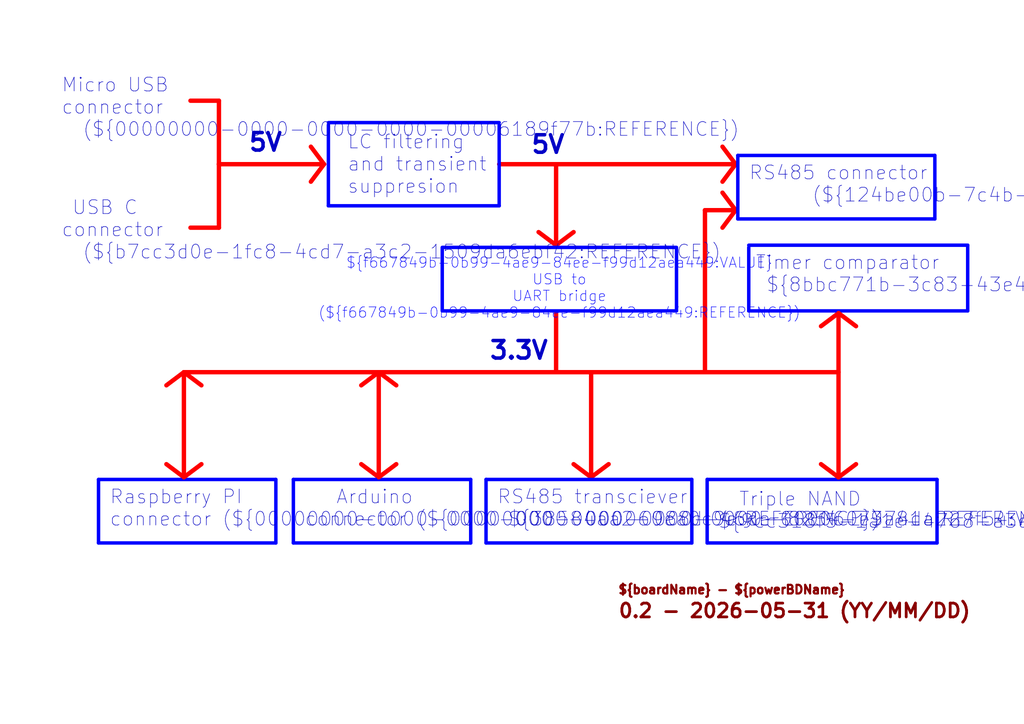
<source format=kicad_sch>
(kicad_sch
	(version 20250114)
	(generator "eeschema")
	(generator_version "9.0")
	(uuid "55f62029-af66-4168-97aa-c791fab7ce0f")
	(paper "A4")
	(title_block
		(title "${boardName} - ${powerBDName}")
		(date "2025-11-22")
		(rev "0.2")
	)
	(lib_symbols)
	(text "5V"
		(exclude_from_sim no)
		(at 71.755 44.45 0)
		(effects
			(font
				(size 5.08 5.08)
				(thickness 1.016)
				(bold yes)
			)
			(justify left bottom)
		)
		(uuid "01bd0fb0-85c4-408a-b875-bf7b3d64975b")
	)
	(text "   Arduino\nconnector (${00000000-0000-0000-0000-000060e9a81a:REFERENCE})"
		(exclude_from_sim no)
		(at 88.265 153.035 0)
		(effects
			(font
				(size 4 4)
			)
			(justify left bottom)
		)
		(uuid "1c632476-dcdc-4881-90b6-ff850f5052c3")
	)
	(text "RS485 connector\n      (${124be00b-7c4b-44a1-ac37-f5e21129a574:REFERENCE})"
		(exclude_from_sim no)
		(at 217.17 59.055 0)
		(effects
			(font
				(size 4 4)
			)
			(justify left bottom)
		)
		(uuid "205cd213-894f-4127-9171-f75a5e5a1436")
	)
	(text "   Triple NAND\n ${9cc318f5-1a1e-4768-a3e4-faa81f67e5b1:VALUE} (${9cc318f5-1a1e-4768-a3e4-faa81f67e5b1:REFERENCE})"
		(exclude_from_sim no)
		(at 205.105 153.67 0)
		(effects
			(font
				(size 4 4)
			)
			(justify left bottom)
		)
		(uuid "39381a60-099d-46ea-9bdc-9fd7b756831a")
	)
	(text "Raspberry PI\nconnector (${00000000-0000-0000-0000-000060ea0c9e:REFERENCE})"
		(exclude_from_sim no)
		(at 31.75 153.035 0)
		(effects
			(font
				(size 4 4)
			)
			(justify left bottom)
		)
		(uuid "4f570829-e0e8-4bac-9c8d-6c05a7cb43db")
	)
	(text "RS485 transciever\n ${38584aa2-988d-46de-8254-7374da227f54:VALUE} (${38584aa2-988d-46de-8254-7374da227f54:REFERENCE})"
		(exclude_from_sim no)
		(at 144.145 153.035 0)
		(effects
			(font
				(size 4 4)
			)
			(justify left bottom)
		)
		(uuid "576acec7-f6b0-4579-afb7-766779c47a4e")
	)
	(text "  LC filtering\n  and transient \n  suppresion"
		(exclude_from_sim no)
		(at 94.615 56.515 0)
		(effects
			(font
				(size 4 4)
			)
			(justify left bottom)
		)
		(uuid "63b2b021-2b26-4ce9-ac72-95826763c85e")
	)
	(text "${REVISION} - ${CURRENT_DATE} (YY/MM/DD)"
		(exclude_from_sim no)
		(at 179.07 179.705 0)
		(effects
			(font
				(size 4 4)
				(thickness 0.8)
				(bold yes)
				(color 132 0 0 1)
			)
			(justify left bottom)
		)
		(uuid "6ff7fa76-116a-47a2-85ab-3789a5f6b718")
	)
	(text " USB C\nconnector\n  (${b7cc3d0e-1fc8-4cd7-a3c2-1509da6ebf42:REFERENCE})"
		(exclude_from_sim no)
		(at 17.78 75.565 0)
		(effects
			(font
				(size 4 4)
			)
			(justify left bottom)
		)
		(uuid "76d987bd-d992-4ef5-a15f-82353a93af41")
	)
	(text "5V"
		(exclude_from_sim no)
		(at 153.67 45.085 0)
		(effects
			(font
				(size 5.08 5.08)
				(thickness 1.016)
				(bold yes)
			)
			(justify left bottom)
		)
		(uuid "86d784be-5e01-4075-96cf-8f1d0d05bd76")
	)
	(text "Timer comparator\n ${8bbc771b-3c83-43e4-9319-f143e5621448:VALUE} (${8bbc771b-3c83-43e4-9319-f143e5621448:REFERENCE})"
		(exclude_from_sim no)
		(at 219.075 85.09 0)
		(effects
			(font
				(size 4 4)
			)
			(justify left bottom)
		)
		(uuid "8edb9323-02ef-40fb-a22e-4f606fef0617")
	)
	(text "${boardName} - ${powerBDName}"
		(exclude_from_sim no)
		(at 179.07 172.72 0)
		(effects
			(font
				(size 2.5 2.5)
				(thickness 0.8)
				(bold yes)
				(color 132 0 0 1)
			)
			(justify left bottom)
		)
		(uuid "98bd5e95-72ef-4c93-bc2c-515ff2cbb4c8")
	)
	(text "Micro USB\nconnector\n  (${00000000-0000-0000-0000-00006189f77b:REFERENCE})"
		(exclude_from_sim no)
		(at 17.78 40.005 0)
		(effects
			(font
				(size 4 4)
			)
			(justify left bottom)
		)
		(uuid "9a374510-5df5-4318-9a9c-3218d90a352c")
	)
	(text "3.3V"
		(exclude_from_sim no)
		(at 141.605 104.775 0)
		(effects
			(font
				(size 5.08 5.08)
				(thickness 1.016)
				(bold yes)
			)
			(justify left bottom)
		)
		(uuid "c1dc95c1-dce5-4cb6-ba5a-98ca22e349e6")
	)
	(text_box " ${f667849b-0b99-4ae9-84ee-f99d12aea449:VALUE} USB to\nUART bridge (${f667849b-0b99-4ae9-84ee-f99d12aea449:REFERENCE})"
		(exclude_from_sim no)
		(at 128.27 71.755 0)
		(size 67.945 18.415)
		(margins 2.75 2.75 2.75 2.75)
		(stroke
			(width 1)
			(type default)
			(color 0 0 255 1)
		)
		(fill
			(type none)
		)
		(effects
			(font
				(size 3 3)
				(color 0 0 255 1)
			)
		)
		(uuid "8ea1679a-0559-4052-9bb0-e3c52c2a1395")
	)
	(polyline
		(pts
			(xy 213.36 60.96) (xy 209.55 66.04)
		)
		(stroke
			(width 1.27)
			(type solid)
			(color 255 0 0 1)
		)
		(uuid "01d451ec-59f2-4c17-a10a-5117ef50e422")
	)
	(polyline
		(pts
			(xy 53.34 107.95) (xy 53.34 138.43)
		)
		(stroke
			(width 1.27)
			(type solid)
			(color 255 0 0 1)
		)
		(uuid "085685c5-6751-4baf-a33a-f879e2e5de99")
	)
	(polyline
		(pts
			(xy 58.42 134.62) (xy 53.34 138.43)
		)
		(stroke
			(width 1.27)
			(type solid)
			(color 255 0 0 1)
		)
		(uuid "0b985733-b8b5-4656-afbf-e9d3a55f400c")
	)
	(polyline
		(pts
			(xy 243.205 90.805) (xy 248.285 94.615)
		)
		(stroke
			(width 1.27)
			(type solid)
			(color 255 0 0 1)
		)
		(uuid "0cdda728-dfa7-48c8-9051-af511b311cfe")
	)
	(polyline
		(pts
			(xy 140.97 139.065) (xy 140.97 157.48)
		)
		(stroke
			(width 1)
			(type solid)
			(color 0 0 255 1)
		)
		(uuid "12fa36bd-3d65-49e2-b46b-d913da3352e6")
	)
	(polyline
		(pts
			(xy 280.67 90.17) (xy 217.17 90.17)
		)
		(stroke
			(width 1)
			(type solid)
			(color 0 0 255 1)
		)
		(uuid "13c05f3e-2f36-402c-b895-0da438eb3a83")
	)
	(polyline
		(pts
			(xy 63.5 66.04) (xy 63.5 47.625)
		)
		(stroke
			(width 1.27)
			(type solid)
			(color 255 0 0 1)
		)
		(uuid "1d0046e2-5d02-42c2-a54e-15153cab3dc2")
	)
	(polyline
		(pts
			(xy 144.78 59.69) (xy 95.25 59.69)
		)
		(stroke
			(width 1)
			(type solid)
			(color 0 0 255 1)
		)
		(uuid "1d2b9cce-d040-43aa-81c9-3ccf0afa02c1")
	)
	(polyline
		(pts
			(xy 271.78 157.48) (xy 205.105 157.48)
		)
		(stroke
			(width 1)
			(type solid)
			(color 0 0 255 1)
		)
		(uuid "22d3de6e-f5fa-49d6-9961-3ba1b07324b6")
	)
	(polyline
		(pts
			(xy 176.53 134.62) (xy 171.45 138.43)
		)
		(stroke
			(width 1.27)
			(type solid)
			(color 255 0 0 1)
		)
		(uuid "248e3f06-ec57-49b5-a9d3-907dc14c8160")
	)
	(polyline
		(pts
			(xy 171.45 138.43) (xy 166.37 134.62)
		)
		(stroke
			(width 1.27)
			(type solid)
			(color 255 0 0 1)
		)
		(uuid "2af7c999-a87e-4f84-8ec2-e537b2e7801c")
	)
	(polyline
		(pts
			(xy 213.995 45.085) (xy 213.995 63.5)
		)
		(stroke
			(width 1)
			(type solid)
			(color 0 0 255 1)
		)
		(uuid "3a10cc6e-fe01-4929-928a-966152fcf890")
	)
	(polyline
		(pts
			(xy 238.125 94.615) (xy 243.205 90.805)
		)
		(stroke
			(width 1.27)
			(type solid)
			(color 255 0 0 1)
		)
		(uuid "3b08d156-8a50-4896-b61c-cb221f062131")
	)
	(polyline
		(pts
			(xy 93.98 47.625) (xy 90.17 52.705)
		)
		(stroke
			(width 1.27)
			(type solid)
			(color 255 0 0 1)
		)
		(uuid "3f93173f-34ab-4df6-95ad-5e4b1ff09b7e")
	)
	(polyline
		(pts
			(xy 217.17 71.755) (xy 217.17 90.17)
		)
		(stroke
			(width 1)
			(type solid)
			(color 0 0 255 1)
		)
		(uuid "3fdf7908-57de-4f75-81b8-bf99290089e2")
	)
	(polyline
		(pts
			(xy 55.245 29.21) (xy 63.5 29.21)
		)
		(stroke
			(width 1.27)
			(type solid)
			(color 255 0 0 1)
		)
		(uuid "43945d55-1504-4220-a699-ea9e25368acd")
	)
	(polyline
		(pts
			(xy 136.525 139.065) (xy 85.09 139.065)
		)
		(stroke
			(width 1)
			(type solid)
			(color 0 0 255 1)
		)
		(uuid "44f717f4-6520-409b-b8ab-6d203b2217a4")
	)
	(polyline
		(pts
			(xy 136.525 157.48) (xy 85.09 157.48)
		)
		(stroke
			(width 1)
			(type solid)
			(color 0 0 255 1)
		)
		(uuid "48ab9f4a-76fa-4eee-aad6-9dc718f3a471")
	)
	(polyline
		(pts
			(xy 80.01 139.065) (xy 80.01 157.48)
		)
		(stroke
			(width 1)
			(type solid)
			(color 0 0 255 1)
		)
		(uuid "4a0c302d-0d7a-43fc-b762-388be0fc7636")
	)
	(polyline
		(pts
			(xy 209.55 42.545) (xy 213.36 47.625)
		)
		(stroke
			(width 1.27)
			(type solid)
			(color 255 0 0 1)
		)
		(uuid "4e0aa253-b5e7-441f-9e58-bd323d5d9fa8")
	)
	(polyline
		(pts
			(xy 166.37 67.31) (xy 161.29 71.12)
		)
		(stroke
			(width 1.27)
			(type solid)
			(color 255 0 0 1)
		)
		(uuid "4e599289-9966-4b0b-b915-9932b4bb396a")
	)
	(polyline
		(pts
			(xy 95.25 35.56) (xy 144.78 35.56)
		)
		(stroke
			(width 1)
			(type solid)
			(color 0 0 255 1)
		)
		(uuid "5cf75a6f-3b85-4ae2-8626-a7135c3defca")
	)
	(polyline
		(pts
			(xy 200.66 139.065) (xy 140.97 139.065)
		)
		(stroke
			(width 1)
			(type solid)
			(color 0 0 255 1)
		)
		(uuid "5d136e0e-407d-45f8-9954-62f5a82c9e6c")
	)
	(polyline
		(pts
			(xy 280.67 71.12) (xy 217.17 71.12)
		)
		(stroke
			(width 1)
			(type solid)
			(color 0 0 255 1)
		)
		(uuid "5d6ffbe3-a7ce-4a1e-8cd1-1a9e42bbbf92")
	)
	(polyline
		(pts
			(xy 114.935 134.62) (xy 109.855 138.43)
		)
		(stroke
			(width 1.27)
			(type solid)
			(color 255 0 0 1)
		)
		(uuid "5dba3759-edcc-4fc0-ae3d-511a20ae78c7")
	)
	(polyline
		(pts
			(xy 213.995 45.085) (xy 271.145 45.085)
		)
		(stroke
			(width 1)
			(type solid)
			(color 0 0 255 1)
		)
		(uuid "642e0805-f35d-4a57-b52f-dc347db87995")
	)
	(polyline
		(pts
			(xy 109.855 107.95) (xy 109.855 138.43)
		)
		(stroke
			(width 1.27)
			(type solid)
			(color 255 0 0 1)
		)
		(uuid "68466fbd-4435-4ba0-8614-5e5753c2829e")
	)
	(polyline
		(pts
			(xy 90.17 42.545) (xy 93.98 47.625)
		)
		(stroke
			(width 1.27)
			(type solid)
			(color 255 0 0 1)
		)
		(uuid "692f40b7-3958-4f12-ae26-34811888a63c")
	)
	(polyline
		(pts
			(xy 248.285 134.62) (xy 243.205 138.43)
		)
		(stroke
			(width 1.27)
			(type solid)
			(color 255 0 0 1)
		)
		(uuid "6b56cb8e-cc4b-4db0-93a7-5fce37de6850")
	)
	(polyline
		(pts
			(xy 48.26 111.76) (xy 53.34 107.95)
		)
		(stroke
			(width 1.27)
			(type solid)
			(color 255 0 0 1)
		)
		(uuid "6f080e9f-d800-424e-adae-ada67fd38ecc")
	)
	(polyline
		(pts
			(xy 205.105 139.065) (xy 205.105 157.48)
		)
		(stroke
			(width 1)
			(type solid)
			(color 0 0 255 1)
		)
		(uuid "70d83da3-7fa4-472a-bbd3-3d19ca987773")
	)
	(polyline
		(pts
			(xy 161.29 47.625) (xy 161.29 71.12)
		)
		(stroke
			(width 1.27)
			(type solid)
			(color 255 0 0 1)
		)
		(uuid "71acf259-ba66-4572-8bb4-f4bc4e190546")
	)
	(polyline
		(pts
			(xy 104.775 111.76) (xy 109.855 107.95)
		)
		(stroke
			(width 1.27)
			(type solid)
			(color 255 0 0 1)
		)
		(uuid "74144170-141e-420d-b176-1140fb597374")
	)
	(polyline
		(pts
			(xy 53.34 138.43) (xy 48.26 134.62)
		)
		(stroke
			(width 1.27)
			(type solid)
			(color 255 0 0 1)
		)
		(uuid "75a252a4-f45d-4491-94cb-2160d96e03dc")
	)
	(polyline
		(pts
			(xy 209.55 55.88) (xy 213.36 60.96)
		)
		(stroke
			(width 1.27)
			(type solid)
			(color 255 0 0 1)
		)
		(uuid "796137af-e865-40cf-85ae-cb9be82a27d7")
	)
	(polyline
		(pts
			(xy 109.855 138.43) (xy 104.775 134.62)
		)
		(stroke
			(width 1.27)
			(type solid)
			(color 255 0 0 1)
		)
		(uuid "81ede48f-1f96-4172-89de-7b521308a5bd")
	)
	(polyline
		(pts
			(xy 63.5 29.21) (xy 63.5 47.625)
		)
		(stroke
			(width 1.27)
			(type solid)
			(color 255 0 0 1)
		)
		(uuid "902ee363-eb20-4aa5-a83a-df1afab3ffa6")
	)
	(polyline
		(pts
			(xy 63.5 66.04) (xy 55.245 66.04)
		)
		(stroke
			(width 1.27)
			(type solid)
			(color 255 0 0 1)
		)
		(uuid "924546f4-85dc-427e-85d0-dfb3f21de950")
	)
	(polyline
		(pts
			(xy 53.34 107.95) (xy 243.205 107.95)
		)
		(stroke
			(width 1.27)
			(type solid)
			(color 255 0 0 1)
		)
		(uuid "99af056a-10b4-4ac3-80a5-efad848b0c99")
	)
	(polyline
		(pts
			(xy 109.855 107.95) (xy 114.935 111.76)
		)
		(stroke
			(width 1.27)
			(type solid)
			(color 255 0 0 1)
		)
		(uuid "9a0e9735-dc0f-48c3-a3e4-09bcf042562b")
	)
	(polyline
		(pts
			(xy 28.575 139.065) (xy 28.575 157.48)
		)
		(stroke
			(width 1)
			(type solid)
			(color 0 0 255 1)
		)
		(uuid "9d207e1f-d3b3-4cfc-8922-ae388d4dcb19")
	)
	(polyline
		(pts
			(xy 271.145 63.5) (xy 213.995 63.5)
		)
		(stroke
			(width 1)
			(type solid)
			(color 0 0 255 1)
		)
		(uuid "a27a7218-93cc-4e18-a4c3-b1b33b2c8e52")
	)
	(polyline
		(pts
			(xy 85.09 139.065) (xy 85.09 157.48)
		)
		(stroke
			(width 1)
			(type solid)
			(color 0 0 255 1)
		)
		(uuid "a7c8b6ec-6cea-4532-96a2-c901756b5450")
	)
	(polyline
		(pts
			(xy 271.145 45.085) (xy 271.145 63.5)
		)
		(stroke
			(width 1)
			(type solid)
			(color 0 0 255 1)
		)
		(uuid "ad77adca-585d-4953-baeb-ecb8caa0f606")
	)
	(polyline
		(pts
			(xy 271.78 139.065) (xy 271.78 157.48)
		)
		(stroke
			(width 1)
			(type solid)
			(color 0 0 255 1)
		)
		(uuid "b04ddda1-0888-4bd2-9bc0-40171474a73e")
	)
	(polyline
		(pts
			(xy 53.34 107.95) (xy 58.42 111.76)
		)
		(stroke
			(width 1.27)
			(type solid)
			(color 255 0 0 1)
		)
		(uuid "b0c4ede3-674d-4c78-be34-0dea2821fb3d")
	)
	(polyline
		(pts
			(xy 271.78 139.065) (xy 205.105 139.065)
		)
		(stroke
			(width 1)
			(type solid)
			(color 0 0 255 1)
		)
		(uuid "b4c11f9b-bf3f-4d58-ba78-8f726ad54552")
	)
	(polyline
		(pts
			(xy 80.01 157.48) (xy 28.575 157.48)
		)
		(stroke
			(width 1)
			(type solid)
			(color 0 0 255 1)
		)
		(uuid "ba435a38-338f-4480-b995-80ae8e774fbc")
	)
	(polyline
		(pts
			(xy 171.45 107.95) (xy 171.45 138.43)
		)
		(stroke
			(width 1.27)
			(type solid)
			(color 255 0 0 1)
		)
		(uuid "bef190c3-62cf-4e40-b4ea-2ed4d0642934")
	)
	(polyline
		(pts
			(xy 200.66 139.065) (xy 200.66 157.48)
		)
		(stroke
			(width 1)
			(type solid)
			(color 0 0 255 1)
		)
		(uuid "c0fd611c-d49d-4d6b-b8f1-040c2b79dc01")
	)
	(polyline
		(pts
			(xy 213.36 47.625) (xy 209.55 52.705)
		)
		(stroke
			(width 1.27)
			(type solid)
			(color 255 0 0 1)
		)
		(uuid "c2ebf401-2f69-4b6c-b20d-52308d208d89")
	)
	(polyline
		(pts
			(xy 280.67 71.12) (xy 280.67 90.17)
		)
		(stroke
			(width 1)
			(type solid)
			(color 0 0 255 1)
		)
		(uuid "cbcfcde7-e817-4502-9560-18b4c6934a70")
	)
	(polyline
		(pts
			(xy 204.47 60.96) (xy 212.725 60.96)
		)
		(stroke
			(width 1.27)
			(type solid)
			(color 255 0 0 1)
		)
		(uuid "d88f5348-c22f-4326-8c4e-ab4bfb7ee7a9")
	)
	(polyline
		(pts
			(xy 144.78 47.625) (xy 212.725 47.625)
		)
		(stroke
			(width 1.27)
			(type solid)
			(color 255 0 0 1)
		)
		(uuid "d8a8e939-f191-4b22-a98c-8bf54d8622ba")
	)
	(polyline
		(pts
			(xy 243.205 90.805) (xy 243.205 138.43)
		)
		(stroke
			(width 1.27)
			(type solid)
			(color 255 0 0 1)
		)
		(uuid "da65627a-165b-4042-ae59-23a11efa84de")
	)
	(polyline
		(pts
			(xy 144.78 36.195) (xy 144.78 59.69)
		)
		(stroke
			(width 1)
			(type solid)
			(color 0 0 255 1)
		)
		(uuid "db8567cb-8f48-4bd0-af4d-2ae890a432a3")
	)
	(polyline
		(pts
			(xy 161.29 71.12) (xy 156.21 67.31)
		)
		(stroke
			(width 1.27)
			(type solid)
			(color 255 0 0 1)
		)
		(uuid "dc8490a0-d701-4c34-ac2e-5cec9693590e")
	)
	(polyline
		(pts
			(xy 80.01 139.065) (xy 28.575 139.065)
		)
		(stroke
			(width 1)
			(type solid)
			(color 0 0 255 1)
		)
		(uuid "e0653468-32ea-445a-960c-52d2cf4fd3cd")
	)
	(polyline
		(pts
			(xy 161.29 90.805) (xy 161.29 107.315)
		)
		(stroke
			(width 1.27)
			(type solid)
			(color 255 0 0 1)
		)
		(uuid "e2bd1a1f-29fb-4dda-8c23-09a672acce76")
	)
	(polyline
		(pts
			(xy 136.525 139.065) (xy 136.525 157.48)
		)
		(stroke
			(width 1)
			(type solid)
			(color 0 0 255 1)
		)
		(uuid "e5946e52-7ffb-419c-b498-1bb6e567cc84")
	)
	(polyline
		(pts
			(xy 204.47 107.315) (xy 204.47 60.96)
		)
		(stroke
			(width 1.27)
			(type solid)
			(color 255 0 0 1)
		)
		(uuid "e8e03390-ca44-4274-a26b-0d1bd27e22e6")
	)
	(polyline
		(pts
			(xy 243.205 138.43) (xy 238.125 134.62)
		)
		(stroke
			(width 1.27)
			(type solid)
			(color 255 0 0 1)
		)
		(uuid "eb12e2ee-ebab-4fd4-99f6-83c7f8d224ec")
	)
	(polyline
		(pts
			(xy 63.5 47.625) (xy 93.98 47.625)
		)
		(stroke
			(width 1.27)
			(type solid)
			(color 255 0 0 1)
		)
		(uuid "ebb9d6f3-11f5-4d82-8714-44e09b230d82")
	)
	(polyline
		(pts
			(xy 200.66 157.48) (xy 140.97 157.48)
		)
		(stroke
			(width 1)
			(type solid)
			(color 0 0 255 1)
		)
		(uuid "f3213b18-753f-48b6-ac05-884685c36f42")
	)
	(polyline
		(pts
			(xy 95.25 36.195) (xy 95.25 59.69)
		)
		(stroke
			(width 1)
			(type solid)
			(color 0 0 255 1)
		)
		(uuid "fd160541-75e8-46b5-a6f2-b98d6b30924a")
	)
)

</source>
